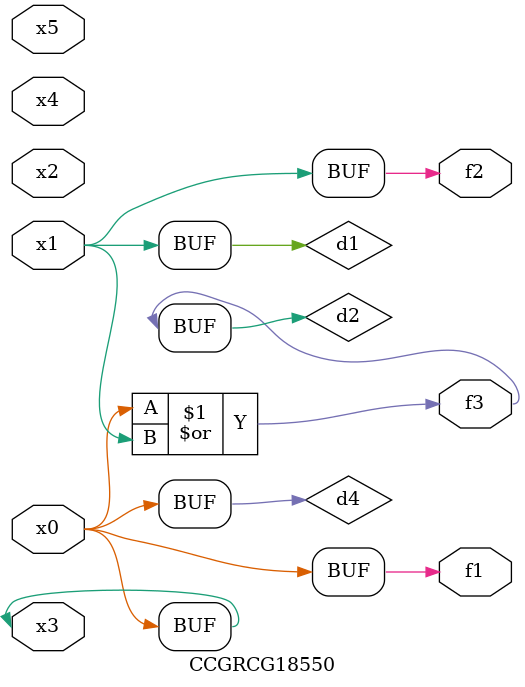
<source format=v>
module CCGRCG18550(
	input x0, x1, x2, x3, x4, x5,
	output f1, f2, f3
);

	wire d1, d2, d3, d4;

	and (d1, x1);
	or (d2, x0, x1);
	nand (d3, x0, x5);
	buf (d4, x0, x3);
	assign f1 = d4;
	assign f2 = d1;
	assign f3 = d2;
endmodule

</source>
